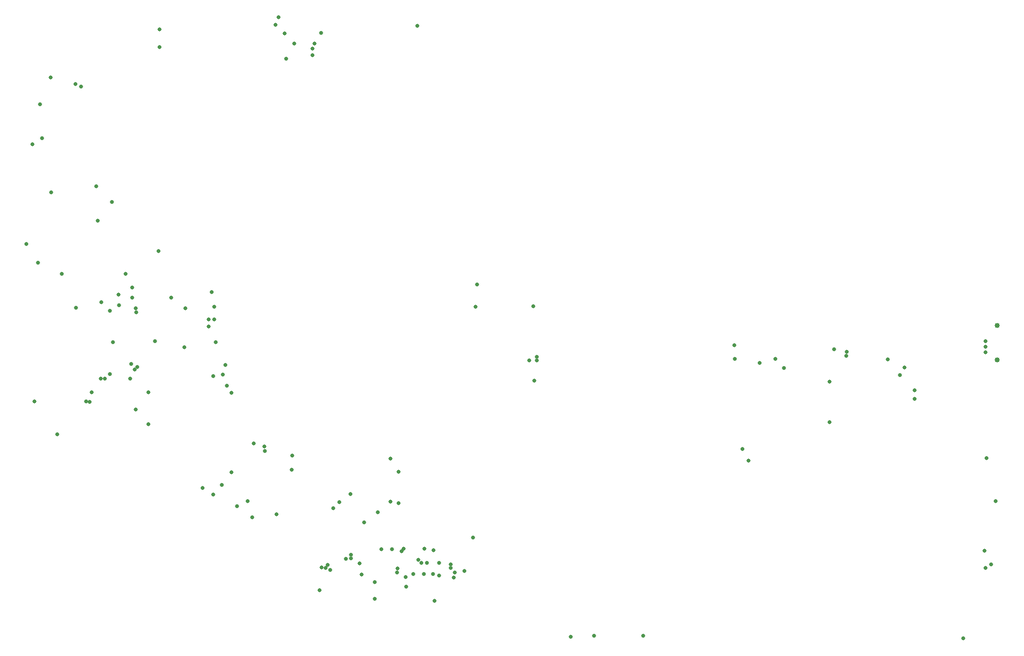
<source format=gbr>
G04 EAGLE Gerber RS-274X export*
G75*
%MOMM*%
%FSLAX34Y34*%
%LPD*%
%INSoldermask Bottom*%
%IPPOS*%
%AMOC8*
5,1,8,0,0,1.08239X$1,22.5*%
G01*
G04 Define Apertures*
%ADD10C,0.853200*%
%ADD11C,0.655600*%
D10*
X1647540Y281700D03*
X1647540Y339500D03*
D11*
X635715Y-35318D03*
X617710Y-35318D03*
X359408Y238220D03*
X351098Y72713D03*
X247223Y834463D03*
X247223Y804685D03*
X472285Y810918D03*
X458435Y785295D03*
X65095Y754133D03*
X105953Y743053D03*
X1231958Y112878D03*
X1221570Y132268D03*
X1509650Y216753D03*
X1508958Y231295D03*
X1484720Y256225D03*
X1492338Y268690D03*
X1627375Y294313D03*
X1627375Y313010D03*
X1627375Y303315D03*
X1366995Y245145D03*
X1366995Y177280D03*
X394033Y45705D03*
X352483Y256918D03*
X164123Y258303D03*
X288080Y302623D03*
X50553Y652335D03*
X130190Y211213D03*
X76175Y157198D03*
X34625Y642640D03*
X155120Y249993D03*
X671033Y-76868D03*
X401650Y18698D03*
X468823Y121880D03*
X468130Y98335D03*
X123958Y211905D03*
X37395Y211905D03*
X43628Y443893D03*
X684190Y-57478D03*
X524223Y-66480D03*
X367025Y226448D03*
X367025Y93488D03*
X290158Y368410D03*
X207058Y368410D03*
X47090Y709120D03*
X83100Y425195D03*
X376028Y37395D03*
X588625Y9695D03*
X770753Y-15235D03*
X421733Y137115D03*
X567158Y-44320D03*
X581700Y-58863D03*
X646103Y42243D03*
X646103Y94413D03*
X517990Y-65095D03*
X612170Y27008D03*
X706350Y-121188D03*
X756210Y-71328D03*
X644025Y-74098D03*
X651643Y-38780D03*
X632945Y116340D03*
X632945Y45013D03*
X738898Y-82408D03*
X514528Y-103183D03*
X606630Y-90025D03*
X567158Y-50553D03*
X584470Y-77560D03*
X558155Y-51245D03*
X644718Y-67173D03*
X655105Y-33933D03*
X658568Y-81715D03*
X713968Y-78945D03*
X713968Y-58170D03*
X689730Y-33933D03*
X659260Y-97643D03*
X740283Y-74098D03*
X733358Y-60248D03*
X704965Y-36703D03*
X689038Y-76868D03*
X606630Y-117725D03*
X115648Y738898D03*
X65788Y562310D03*
X197363Y250685D03*
X318550Y67865D03*
X207058Y198748D03*
X693885Y-57478D03*
X527685Y-61633D03*
X442508Y23545D03*
X133653Y227833D03*
X24238Y475748D03*
X148888Y249993D03*
X679343Y-52630D03*
X532533Y-69943D03*
X207750Y361485D03*
X178665Y390570D03*
X704273Y-76868D03*
X934183Y-181435D03*
X179358Y373258D03*
X239605Y313010D03*
X423118Y129498D03*
X357330Y272845D03*
X1590673Y-184205D03*
X1395388Y295005D03*
X1644688Y45705D03*
X1637070Y-60248D03*
X189745Y425195D03*
X877398Y286695D03*
X1464638Y282540D03*
X1629453Y117725D03*
X1628068Y-66480D03*
X1625990Y-37395D03*
X201518Y402343D03*
X877398Y280463D03*
X1394695Y288080D03*
X338633Y370488D03*
X774908Y370488D03*
X873243Y247223D03*
X864933Y280463D03*
X204980Y265228D03*
X328938Y349713D03*
X338633Y349713D03*
X168970Y311625D03*
X871858Y371180D03*
X777678Y407883D03*
X149580Y378105D03*
X164123Y363563D03*
X404420Y141963D03*
X972963Y-179358D03*
X201518Y385723D03*
X266613Y385723D03*
X340710Y311625D03*
X1055370Y-179358D03*
X227833Y173818D03*
X227833Y227833D03*
X141270Y572005D03*
X167585Y545690D03*
X328938Y337248D03*
X506218Y810918D03*
X677958Y840695D03*
X107338Y369103D03*
X445970Y854545D03*
X245145Y463975D03*
X517298Y828230D03*
X1290820Y267998D03*
X209828Y270075D03*
X1374613Y299853D03*
X199440Y274923D03*
X455665Y827538D03*
X441123Y842080D03*
X143348Y514528D03*
X1207720Y306085D03*
X1209105Y283233D03*
X1249963Y276308D03*
X1276278Y283233D03*
X502755Y802608D03*
X502755Y791528D03*
X733358Y-66480D03*
X565773Y57478D03*
X537380Y33240D03*
X547768Y43628D03*
X336555Y254840D03*
X336555Y56093D03*
X333785Y394725D03*
M02*

</source>
